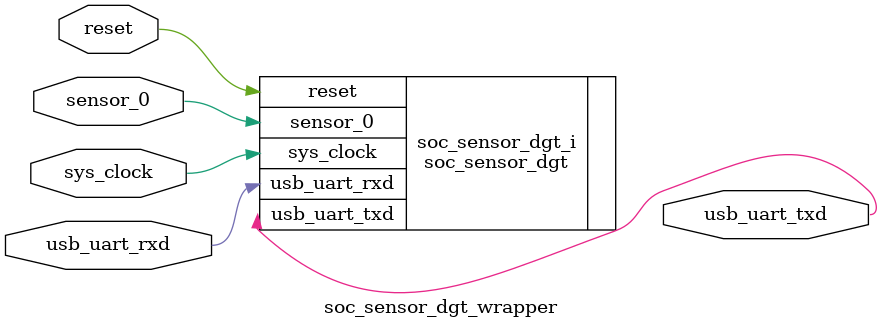
<source format=v>
`timescale 1 ps / 1 ps

module soc_sensor_dgt_wrapper
   (reset,
    sensor_0,
    sys_clock,
    usb_uart_rxd,
    usb_uart_txd);
  input reset;
  input sensor_0;
  input sys_clock;
  input usb_uart_rxd;
  output usb_uart_txd;

  wire reset;
  wire sensor_0;
  wire sys_clock;
  wire usb_uart_rxd;
  wire usb_uart_txd;

  soc_sensor_dgt soc_sensor_dgt_i
       (.reset(reset),
        .sensor_0(sensor_0),
        .sys_clock(sys_clock),
        .usb_uart_rxd(usb_uart_rxd),
        .usb_uart_txd(usb_uart_txd));
endmodule

</source>
